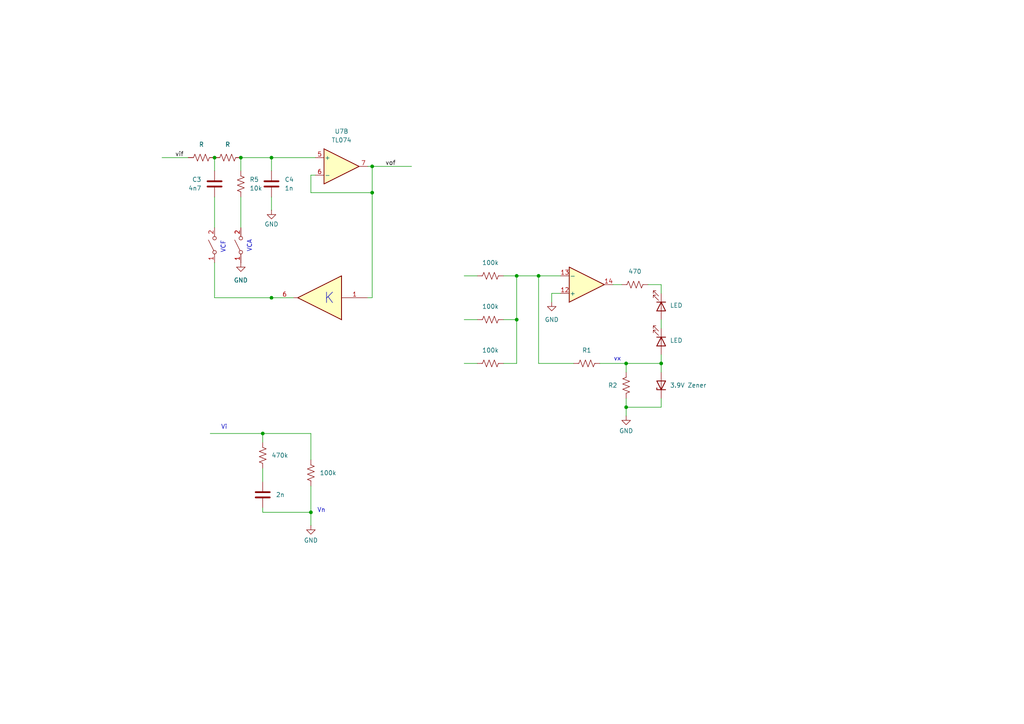
<source format=kicad_sch>
(kicad_sch (version 20231120) (generator "eeschema") (generator_version "8.0")
  (paper "A4")
  (lib_symbols
    (symbol "74xGxx:74LVC2G34"
      (property "Reference" "U" (at 0 7.62 0))
      (property "Value" "74LVC2G34" (at 2.54 -7.62 0))
      (symbol "74LVC2G34_1_1"
        (polyline (pts (xy -7.62 6.35) (xy -7.62 -6.35) (xy 5.08 0) (xy -7.62 6.35)) (stroke (width 0.254)) (fill (type background)))
        (pin input line (at -15.24 0 0) (length 7.62) (name "~") (number "1"))
        (pin output line (at 12.7 0 180) (length 7.62) (name "~") (number "6"))
      )
      (symbol "74LVC2G34_2_1"
        (polyline (pts (xy -7.62 6.35) (xy -7.62 -6.35) (xy 5.08 0) (xy -7.62 6.35)) (stroke (width 0.254)) (fill (type background)))
        (pin input line (at -15.24 0 0) (length 7.62) (name "~") (number "3"))
        (pin output line (at 12.7 0 180) (length 7.62) (name "~") (number "4"))
      )
      (symbol "74LVC2G34_3_0"
        (rectangle (start -5.08 -5.08) (end 5.08 5.08) (stroke (width 0.254)) (fill (type background)))
      )
      (symbol "74LVC2G34_3_1"
        (pin power_in line (at 0 -10.16 90) (length 5.08) (name "GND") (number "2"))
        (pin power_in line (at 0 10.16 270) (length 5.08) (name "VCC") (number "5"))
      )
    )
    (symbol "Amplifier_Operational:TL074" (pin_names (offset 0.127))
      (property "Reference" "U" (at 0 5.08 0))
      (property "Value" "TL074" (at 0 -5.08 0))
      (symbol "TL074_1_1"
        (polyline (pts (xy -5.08 5.08) (xy 5.08 0) (xy -5.08 -5.08) (xy -5.08 5.08)) (stroke (width 0.254)) (fill (type background)))
        (pin output line (at 7.62 0 180) (length 2.54) (name "~") (number "1"))
        (pin input line (at -7.62 -2.54 0) (length 2.54) (name "-") (number "2"))
        (pin input line (at -7.62 2.54 0) (length 2.54) (name "+") (number "3"))
      )
      (symbol "TL074_2_1"
        (polyline (pts (xy -5.08 5.08) (xy 5.08 0) (xy -5.08 -5.08) (xy -5.08 5.08)) (stroke (width 0.254)) (fill (type background)))
        (pin input line (at -7.62 2.54 0) (length 2.54) (name "+") (number "5"))
        (pin input line (at -7.62 -2.54 0) (length 2.54) (name "-") (number "6"))
        (pin output line (at 7.62 0 180) (length 2.54) (name "~") (number "7"))
      )
      (symbol "TL074_3_1"
        (polyline (pts (xy -5.08 5.08) (xy 5.08 0) (xy -5.08 -5.08) (xy -5.08 5.08)) (stroke (width 0.254)) (fill (type background)))
        (pin input line (at -7.62 2.54 0) (length 2.54) (name "+") (number "10"))
        (pin output line (at 7.62 0 180) (length 2.54) (name "~") (number "8"))
        (pin input line (at -7.62 -2.54 0) (length 2.54) (name "-") (number "9"))
      )
      (symbol "TL074_4_1"
        (polyline (pts (xy -5.08 5.08) (xy 5.08 0) (xy -5.08 -5.08) (xy -5.08 5.08)) (stroke (width 0.254)) (fill (type background)))
        (pin input line (at -7.62 2.54 0) (length 2.54) (name "+") (number "12"))
        (pin input line (at -7.62 -2.54 0) (length 2.54) (name "-") (number "13"))
        (pin output line (at 7.62 0 180) (length 2.54) (name "~") (number "14"))
      )
      (symbol "TL074_5_1"
        (pin power_in line (at -2.54 -7.62 90) (length 3.81) (name "V-") (number "11"))
        (pin power_in line (at -2.54 7.62 270) (length 3.81) (name "V+") (number "4"))
      )
    )
    (symbol "Device:C" (pin_numbers hide) (pin_names (offset 0.254))
      (property "Reference" "C" (at 0.635 2.54 0))
      (property "Value" "C" (at 0.635 -2.54 0))
      (symbol "C_0_1"
        (polyline (pts (xy -2.032 -0.762) (xy 2.032 -0.762)) (stroke (width 0.508)))
        (polyline (pts (xy -2.032 0.762) (xy 2.032 0.762)) (stroke (width 0.508)))
      )
      (symbol "C_1_1"
        (pin passive line (at 0 3.81 270) (length 2.794) (name "~") (number "1"))
        (pin passive line (at 0 -3.81 90) (length 2.794) (name "~") (number "2"))
      )
    )
    (symbol "Device:D_Zener" (pin_numbers hide) (pin_names (offset 1.016) hide)
      (property "Reference" "D" (at 0 2.54 0))
      (property "Value" "D_Zener" (at 0 -2.54 0))
      (symbol "D_Zener_0_1"
        (polyline (pts (xy 1.27 0) (xy -1.27 0)))
        (polyline (pts (xy -1.27 -1.27) (xy -1.27 1.27) (xy -0.762 1.27)) (stroke (width 0.254)))
        (polyline (pts (xy 1.27 -1.27) (xy 1.27 1.27) (xy -1.27 0) (xy 1.27 -1.27)) (stroke (width 0.254)))
      )
      (symbol "D_Zener_1_1"
        (pin passive line (at -3.81 0 0) (length 2.54) (name "K") (number "1"))
        (pin passive line (at 3.81 0 180) (length 2.54) (name "A") (number "2"))
      )
    )
    (symbol "Device:LED" (pin_numbers hide) (pin_names (offset 1.016) hide)
      (property "Reference" "D" (at 0 2.54 0))
      (property "Value" "LED" (at 0 -2.54 0))
      (symbol "LED_0_1"
        (polyline (pts (xy -1.27 -1.27) (xy -1.27 1.27)) (stroke (width 0.254)))
        (polyline (pts (xy -1.27 0) (xy 1.27 0)))
        (polyline (pts (xy 1.27 -1.27) (xy 1.27 1.27) (xy -1.27 0) (xy 1.27 -1.27)) (stroke (width 0.254)))
        (polyline (pts (xy -3.048 -0.762) (xy -4.572 -2.286) (xy -3.81 -2.286) (xy -4.572 -2.286) (xy -4.572 -1.524)))
        (polyline (pts (xy -1.778 -0.762) (xy -3.302 -2.286) (xy -2.54 -2.286) (xy -3.302 -2.286) (xy -3.302 -1.524)))
      )
      (symbol "LED_1_1"
        (pin passive line (at -3.81 0 0) (length 2.54) (name "K") (number "1"))
        (pin passive line (at 3.81 0 180) (length 2.54) (name "A") (number "2"))
      )
    )
    (symbol "Device:R_US" (pin_numbers hide) (pin_names (offset 0))
      (property "Reference" "R" (at 2.54 0 90))
      (property "Value" "R_US" (at -2.54 0 90))
      (symbol "R_US_0_1"
        (polyline (pts (xy 0 -2.286) (xy 0 -2.54)))
        (polyline (pts (xy 0 2.286) (xy 0 2.54)))
        (polyline (pts (xy 0 -0.762) (xy 1.016 -1.143) (xy 0 -1.524) (xy -1.016 -1.905) (xy 0 -2.286)))
        (polyline (pts (xy 0 0.762) (xy 1.016 0.381) (xy 0 0) (xy -1.016 -0.381) (xy 0 -0.762)))
        (polyline (pts (xy 0 2.286) (xy 1.016 1.905) (xy 0 1.524) (xy -1.016 1.143) (xy 0 0.762)))
      )
      (symbol "R_US_1_1"
        (pin passive line (at 0 3.81 270) (length 1.27) (name "~") (number "1"))
        (pin passive line (at 0 -3.81 90) (length 1.27) (name "~") (number "2"))
      )
    )
    (symbol "Switch:SW_SPST" (pin_names (offset 0) hide)
      (property "Reference" "SW" (at 0 3.175 0))
      (property "Value" "SW_SPST" (at 0 -2.54 0))
      (symbol "SW_SPST_0_0"
        (circle (center -2.032 0) (radius 0.508))
        (polyline (pts (xy -1.524 0.254) (xy 1.524 1.778)))
        (circle (center 2.032 0) (radius 0.508))
      )
      (symbol "SW_SPST_1_1"
        (pin passive line (at -5.08 0 0) (length 2.54) (name "A") (number "1"))
        (pin passive line (at 5.08 0 180) (length 2.54) (name "B") (number "2"))
      )
    )
    (symbol "power:GND" (power) (pin_numbers hide) (pin_names (offset 0) hide)
      (property "Value" "GND" (at 0 -3.81 0))
      (symbol "GND_0_1"
        (polyline (pts (xy 0 0) (xy 0 -1.27) (xy 1.27 -1.27) (xy 0 -2.54) (xy -1.27 -1.27) (xy 0 -1.27)))
      )
      (symbol "GND_1_1"
        (pin power_in line (at 0 0 270) (length 0) (name "~") (number "1"))
      )
    )
  )
  (junction (at 156.21 80.01))
  (junction (at 90.17 148.59))
  (junction (at 181.61 105.41))
  (junction (at 62.23 45.72))
  (junction (at 69.85 45.72))
  (junction (at 107.95 55.88))
  (junction (at 107.95 48.26))
  (junction (at 149.86 92.71))
  (junction (at 181.61 118.11))
  (junction (at 149.86 80.01))
  (junction (at 78.74 86.36))
  (junction (at 191.77 105.41))
  (junction (at 76.2 125.73))
  (junction (at 78.74 45.72))
  (wire (pts (xy 191.77 107.95) (xy 191.77 105.41)))
  (wire (pts (xy 90.17 140.97) (xy 90.17 148.59)))
  (wire (pts (xy 76.2 147.32) (xy 76.2 148.59)))
  (wire (pts (xy 181.61 115.57) (xy 181.61 118.11)))
  (wire (pts (xy 76.2 135.89) (xy 76.2 139.7)))
  (wire (pts (xy 90.17 55.88) (xy 107.95 55.88)))
  (wire (pts (xy 146.05 80.01) (xy 149.86 80.01)))
  (wire (pts (xy 177.8 82.55) (xy 180.34 82.55)))
  (wire (pts (xy 107.95 55.88) (xy 107.95 48.26)))
  (wire (pts (xy 62.23 57.15) (xy 62.23 66.04)))
  (wire (pts (xy 91.44 50.8) (xy 90.17 50.8)))
  (wire (pts (xy 107.95 86.36) (xy 106.68 86.36)))
  (wire (pts (xy 90.17 133.35) (xy 90.17 125.73)))
  (wire (pts (xy 146.05 92.71) (xy 149.86 92.71)))
  (wire (pts (xy 107.95 48.26) (xy 106.68 48.26)))
  (wire (pts (xy 134.62 80.01) (xy 138.43 80.01)))
  (wire (pts (xy 191.77 115.57) (xy 191.77 118.11)))
  (wire (pts (xy 160.02 85.09) (xy 162.56 85.09)))
  (wire (pts (xy 62.23 86.36) (xy 78.74 86.36)))
  (wire (pts (xy 160.02 87.63) (xy 160.02 85.09)))
  (wire (pts (xy 69.85 45.72) (xy 69.85 49.53)))
  (wire (pts (xy 149.86 92.71) (xy 149.86 80.01)))
  (wire (pts (xy 134.62 92.71) (xy 138.43 92.71)))
  (wire (pts (xy 191.77 92.71) (xy 191.77 95.25)))
  (wire (pts (xy 149.86 80.01) (xy 156.21 80.01)))
  (wire (pts (xy 149.86 105.41) (xy 149.86 92.71)))
  (wire (pts (xy 191.77 82.55) (xy 191.77 85.09)))
  (wire (pts (xy 46.99 45.72) (xy 54.61 45.72)))
  (wire (pts (xy 156.21 80.01) (xy 156.21 105.41)))
  (wire (pts (xy 173.99 105.41) (xy 181.61 105.41)))
  (wire (pts (xy 181.61 105.41) (xy 191.77 105.41)))
  (wire (pts (xy 90.17 148.59) (xy 76.2 148.59)))
  (wire (pts (xy 191.77 118.11) (xy 181.61 118.11)))
  (wire (pts (xy 78.74 45.72) (xy 78.74 49.53)))
  (wire (pts (xy 191.77 102.87) (xy 191.77 105.41)))
  (wire (pts (xy 156.21 105.41) (xy 166.37 105.41)))
  (wire (pts (xy 78.74 45.72) (xy 91.44 45.72)))
  (wire (pts (xy 181.61 105.41) (xy 181.61 107.95)))
  (wire (pts (xy 181.61 118.11) (xy 181.61 120.65)))
  (wire (pts (xy 76.2 125.73) (xy 76.2 128.27)))
  (wire (pts (xy 156.21 80.01) (xy 162.56 80.01)))
  (wire (pts (xy 90.17 148.59) (xy 90.17 152.4)))
  (wire (pts (xy 90.17 125.73) (xy 76.2 125.73)))
  (wire (pts (xy 62.23 45.72) (xy 62.23 49.53)))
  (wire (pts (xy 62.23 76.2) (xy 62.23 86.36)))
  (wire (pts (xy 78.74 57.15) (xy 78.74 60.96)))
  (wire (pts (xy 107.95 48.26) (xy 119.38 48.26)))
  (wire (pts (xy 90.17 50.8) (xy 90.17 55.88)))
  (wire (pts (xy 134.62 105.41) (xy 138.43 105.41)))
  (wire (pts (xy 60.96 125.73) (xy 76.2 125.73)))
  (wire (pts (xy 187.96 82.55) (xy 191.77 82.55)))
  (wire (pts (xy 78.74 86.36) (xy 85.09 86.36)))
  (wire (pts (xy 107.95 55.88) (xy 107.95 86.36)))
  (wire (pts (xy 78.74 45.72) (xy 69.85 45.72)))
  (wire (pts (xy 69.85 57.15) (xy 69.85 66.04)))
  (wire (pts (xy 146.05 105.41) (xy 149.86 105.41)))
  (text "VCA" (at 72.39 71.374 90) (effects (font (size 1.27 1.27))))
  (text "Vn" (at 93.218 148.082 0) (effects (font (size 1.27 1.27))))
  (text "Vi" (at 65.024 123.952 0) (effects (font (size 1.27 1.27))))
  (text "VCF" (at 64.77 71.628 90) (effects (font (size 1.27 1.27))))
  (text "vx" (at 179.07 104.14 0) (effects (font (size 1.27 1.27))))
  (text "K" (at 95.504 86.614 0) (effects (font (size 3.048 3.048))))
  (label "vif" (at 50.8 45.72 0))
  (label "vof" (at 111.76 48.26 0))
  (symbol (lib_id "Amplifier_Operational:TL074") (at 170.18 82.55 0) (mirror x) (unit 4)
    (property "Reference" "U6" (effects (hide yes)))
    (property "Value" "TL074" (effects (hide yes)))
    (property "Datasheet" "http://www.ti.com/lit/ds/symlink/tl071.pdf" (effects (hide yes)))
    (property "Description" "Quad Low-Noise JFET-Input Operational Amplifiers, DIP-14/SOIC-14" (effects (hide yes)))
  )
  (symbol (lib_id "Device:LED") (at 191.77 99.06 270) (unit 1)
    (property "Reference" "D5" (effects (hide yes)))
    (property "Value" "LED" (at 194.31 98.7424 90) (effects (justify left)))
    (property "Description" "Light emitting diode" (effects (hide yes)))
  )
  (symbol (lib_id "Device:R_US") (at 76.2 132.08 0) (unit 1)
    (property "Reference" "R28" (effects (hide yes)))
    (property "Value" "470k" (at 78.74 132.0799 0) (effects (justify left)))
    (property "Footprint" "Resistor_THT:R_Axial_DIN0204_L3.6mm_D1.6mm_P2.54mm_Vertical" (effects (hide yes)))
    (property "Description" "Resistor, US symbol" (effects (hide yes)))
  )
  (symbol (lib_id "power:GND") (at 69.85 76.2 0) (unit 1)
    (property "Reference" "#PWR022" (effects (hide yes)))
    (property "Value" "GND" (at 69.85 81.28 0))
    (property "Description" "Power symbol creates a global label with name \"GND\" , ground" (effects (hide yes)))
  )
  (symbol (lib_id "Device:D_Zener") (at 191.77 111.76 90) (unit 1)
    (property "Reference" "D4" (effects (hide yes)))
    (property "Value" "3.9V Zener" (at 194.31 111.7599 90) (effects (justify right)))
    (property "Description" "Zener diode" (effects (hide yes)))
  )
  (symbol (lib_id "Device:C") (at 76.2 143.51 180) (unit 1)
    (property "Reference" "C8" (effects (hide yes)))
    (property "Value" "2n" (at 80.01 143.5099 0) (effects (justify right)))
    (property "Description" "Unpolarized capacitor" (effects (hide yes)))
  )
  (symbol (lib_id "power:GND") (at 181.61 120.65 0) (unit 1)
    (property "Reference" "#PWR024" (effects (hide yes)))
    (property "Value" "GND" (at 181.61 124.968 0))
    (property "Description" "Power symbol creates a global label with name \"GND\" , ground" (effects (hide yes)))
  )
  (symbol (lib_id "power:GND") (at 78.74 60.96 0) (unit 1)
    (property "Reference" "#PWR023" (effects (hide yes)))
    (property "Value" "GND" (at 78.74 65.024 0))
    (property "Description" "Power symbol creates a global label with name \"GND\" , ground" (effects (hide yes)))
  )
  (symbol (lib_id "Device:R_US") (at 66.04 45.72 90) (unit 1)
    (property "Reference" "R23" (effects (hide yes)))
    (property "Value" "R" (at 66.04 41.91 90))
    (property "Footprint" "Resistor_THT:R_Axial_DIN0204_L3.6mm_D1.6mm_P2.54mm_Vertical" (effects (hide yes)))
    (property "Description" "Resistor, US symbol" (effects (hide yes)))
  )
  (symbol (lib_id "Device:R_US") (at 142.24 105.41 90) (unit 1)
    (property "Reference" "R24" (effects (hide yes)))
    (property "Value" "100k" (at 142.24 101.6 90))
    (property "Footprint" "Resistor_THT:R_Axial_DIN0204_L3.6mm_D1.6mm_P2.54mm_Vertical" (effects (hide yes)))
    (property "Description" "Resistor, US symbol" (effects (hide yes)))
  )
  (symbol (lib_id "Device:LED") (at 191.77 88.9 270) (unit 1)
    (property "Reference" "D6" (effects (hide yes)))
    (property "Value" "LED" (at 194.31 88.5824 90) (effects (justify left)))
    (property "Description" "Light emitting diode" (effects (hide yes)))
  )
  (symbol (lib_id "Device:R_US") (at 170.18 105.41 270) (unit 1)
    (property "Reference" "R19" (effects (hide yes)))
    (property "Value" "R1" (at 170.18 101.6 90))
    (property "Footprint" "Resistor_THT:R_Axial_DIN0204_L3.6mm_D1.6mm_P2.54mm_Vertical" (effects (hide yes)))
    (property "Description" "Resistor, US symbol" (effects (hide yes)))
  )
  (symbol (lib_id "Device:R_US") (at 142.24 92.71 90) (unit 1)
    (property "Reference" "R26" (effects (hide yes)))
    (property "Value" "100k" (at 142.24 88.9 90))
    (property "Footprint" "Resistor_THT:R_Axial_DIN0204_L3.6mm_D1.6mm_P2.54mm_Vertical" (effects (hide yes)))
    (property "Description" "Resistor, US symbol" (effects (hide yes)))
  )
  (symbol (lib_id "Device:C") (at 78.74 53.34 180) (unit 1)
    (property "Reference" "C4" (at 82.55 52.0699 0) (effects (justify right)))
    (property "Value" "1n" (at 82.55 54.6099 0) (effects (justify right)))
    (property "Description" "Unpolarized capacitor" (effects (hide yes)))
  )
  (symbol (lib_id "Amplifier_Operational:TL074") (at 99.06 48.26 0) (unit 2)
    (property "Reference" "U7" (at 99.06 38.1 0))
    (property "Value" "TL074" (at 99.06 40.64 0))
    (property "Datasheet" "http://www.ti.com/lit/ds/symlink/tl071.pdf" (effects (hide yes)))
    (property "Description" "Quad Low-Noise JFET-Input Operational Amplifiers, DIP-14/SOIC-14" (effects (hide yes)))
  )
  (symbol (lib_id "Device:C") (at 62.23 53.34 0) (mirror x) (unit 1)
    (property "Reference" "C3" (at 58.42 52.0699 0) (effects (justify right)))
    (property "Value" "4n7" (at 58.42 54.6099 0) (effects (justify right)))
    (property "Description" "Unpolarized capacitor" (effects (hide yes)))
  )
  (symbol (lib_id "Device:R_US") (at 181.61 111.76 0) (mirror y) (unit 1)
    (property "Reference" "R20" (effects (hide yes)))
    (property "Value" "R2" (at 179.07 111.7599 0) (effects (justify left)))
    (property "Footprint" "Resistor_THT:R_Axial_DIN0204_L3.6mm_D1.6mm_P2.54mm_Vertical" (effects (hide yes)))
    (property "Description" "Resistor, US symbol" (effects (hide yes)))
  )
  (symbol (lib_id "power:GND") (at 90.17 152.4 0) (unit 1)
    (property "Reference" "#PWR026" (effects (hide yes)))
    (property "Value" "GND" (at 90.17 156.718 0))
    (property "Description" "Power symbol creates a global label with name \"GND\" , ground" (effects (hide yes)))
  )
  (symbol (lib_id "Device:R_US") (at 58.42 45.72 90) (unit 1)
    (property "Reference" "R22" (effects (hide yes)))
    (property "Value" "R" (at 58.42 41.91 90))
    (property "Footprint" "Resistor_THT:R_Axial_DIN0204_L3.6mm_D1.6mm_P2.54mm_Vertical" (effects (hide yes)))
    (property "Description" "Resistor, US symbol" (effects (hide yes)))
  )
  (symbol (lib_id "power:GND") (at 160.02 87.63 0) (unit 1)
    (property "Reference" "#PWR018" (effects (hide yes)))
    (property "Value" "GND" (at 160.02 92.71 0))
    (property "Description" "Power symbol creates a global label with name \"GND\" , ground" (effects (hide yes)))
  )
  (symbol (lib_id "Device:R_US") (at 90.17 137.16 180) (unit 1)
    (property "Reference" "R27" (effects (hide yes)))
    (property "Value" "100k" (at 92.71 137.1599 0) (effects (justify right)))
    (property "Footprint" "Resistor_THT:R_Axial_DIN0204_L3.6mm_D1.6mm_P2.54mm_Vertical" (effects (hide yes)))
    (property "Description" "Resistor, US symbol" (effects (hide yes)))
  )
  (symbol (lib_id "74xGxx:74LVC2G34") (at 91.44 86.36 180) (unit 1)
    (property "Reference" "U5" (effects (hide yes)))
    (property "Value" "74LVC2G34" (effects (hide yes)))
    (property "Datasheet" "http://www.ti.com/lit/sg/scyt129e/scyt129e.pdf" (effects (hide yes)))
    (property "Description" "Dual Buffer, Low-Voltage CMOS" (effects (hide yes)))
  )
  (symbol (lib_id "Switch:SW_SPST") (at 62.23 71.12 90) (unit 1)
    (property "Reference" "SW3" (effects (hide yes)))
    (property "Value" "SW_SPST" (effects (hide yes)))
    (property "Description" "Single Pole Single Throw (SPST) switch" (effects (hide yes)))
  )
  (symbol (lib_id "Switch:SW_SPST") (at 69.85 71.12 90) (unit 1)
    (property "Reference" "SW4" (effects (hide yes)))
    (property "Value" "SW_SPST" (effects (hide yes)))
    (property "Description" "Single Pole Single Throw (SPST) switch" (effects (hide yes)))
  )
  (symbol (lib_id "Device:R_US") (at 184.15 82.55 270) (unit 1)
    (property "Reference" "R21" (effects (hide yes)))
    (property "Value" "470" (at 184.15 78.74 90))
    (property "Footprint" "Resistor_THT:R_Axial_DIN0204_L3.6mm_D1.6mm_P2.54mm_Vertical" (effects (hide yes)))
    (property "Description" "Resistor, US symbol" (effects (hide yes)))
  )
  (symbol (lib_id "Device:R_US") (at 69.85 53.34 0) (unit 1)
    (property "Reference" "R5" (at 72.39 52.0699 0) (effects (justify left)))
    (property "Value" "10k" (at 72.39 54.6099 0) (effects (justify left)))
    (property "Footprint" "Resistor_THT:R_Axial_DIN0204_L3.6mm_D1.6mm_P2.54mm_Vertical" (effects (hide yes)))
    (property "Description" "Resistor, US symbol" (effects (hide yes)))
  )
  (symbol (lib_id "Device:R_US") (at 142.24 80.01 90) (unit 1)
    (property "Reference" "R25" (effects (hide yes)))
    (property "Value" "100k" (at 142.24 76.2 90))
    (property "Footprint" "Resistor_THT:R_Axial_DIN0204_L3.6mm_D1.6mm_P2.54mm_Vertical" (effects (hide yes)))
    (property "Description" "Resistor, US symbol" (effects (hide yes)))
  )
)
</source>
